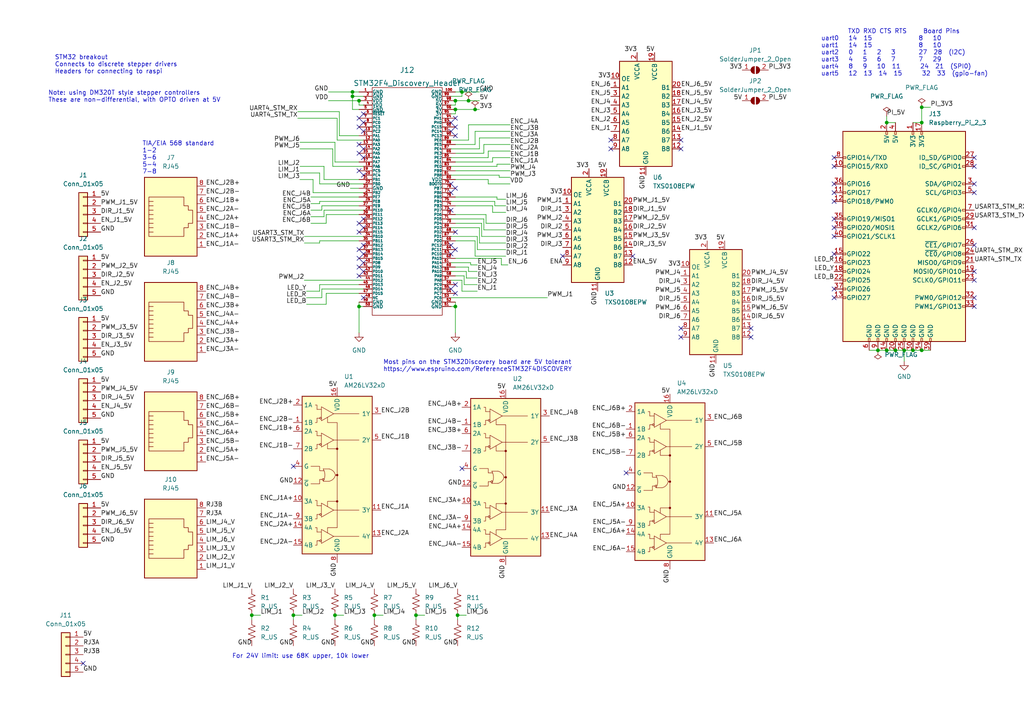
<source format=kicad_sch>
(kicad_sch (version 20211123) (generator eeschema)
  (paper "A4")
  (lib_symbols
    (symbol "Connector:RJ45" (pin_names (offset 1.016))
      (property "Reference" "J" (at -5.08 13.97 0))
      (property "Value" "RJ45" (at 2.54 13.97 0))
      (symbol "RJ45_1_1"
        (pin passive line (at 10.16 -7.62 180) (length 2.54) (name "~") (number "1"))
        (pin passive line (at 10.16 -5.08 180) (length 2.54) (name "~") (number "2"))
        (pin passive line (at 10.16 -2.54 180) (length 2.54) (name "~") (number "3"))
        (pin passive line (at 10.16 0 180) (length 2.54) (name "~") (number "4"))
        (pin passive line (at 10.16 2.54 180) (length 2.54) (name "~") (number "5"))
        (pin passive line (at 10.16 5.08 180) (length 2.54) (name "~") (number "6"))
        (pin passive line (at 10.16 7.62 180) (length 2.54) (name "~") (number "7"))
        (pin passive line (at 10.16 10.16 180) (length 2.54) (name "~") (number "8"))
      )
    )
    (symbol "Connector:Raspberry_Pi_2_3" (pin_names (offset 1.016))
      (property "Reference" "J" (at -17.78 31.75 0))
      (property "Value" "Raspberry_Pi_2_3" (at 10.16 -31.75 0))
      (symbol "Raspberry_Pi_2_3_1_1"
        (pin power_in line (at 2.54 33.02 270) (length 2.54) (name "3V3") (number "1"))
        (pin bidirectional line (at -20.32 20.32 0) (length 2.54) (name "GPIO15/RXD") (number "10"))
        (pin bidirectional line (at -20.32 12.7 0) (length 2.54) (name "GPIO17") (number "11"))
        (pin bidirectional line (at -20.32 10.16 0) (length 2.54) (name "GPIO18/PWM0") (number "12"))
        (pin bidirectional line (at -20.32 -17.78 0) (length 2.54) (name "GPIO27") (number "13"))
        (pin power_in line (at -5.08 -33.02 90) (length 2.54) (name "GND") (number "14"))
        (pin bidirectional line (at -20.32 -5.08 0) (length 2.54) (name "GPIO22") (number "15"))
        (pin bidirectional line (at -20.32 -7.62 0) (length 2.54) (name "GPIO23") (number "16"))
        (pin power_in line (at 5.08 33.02 270) (length 2.54) (name "3V3") (number "17"))
        (pin bidirectional line (at -20.32 -10.16 0) (length 2.54) (name "GPIO24") (number "18"))
        (pin bidirectional line (at 20.32 -10.16 180) (length 2.54) (name "MOSI0/GPIO10") (number "19"))
        (pin power_in line (at -5.08 33.02 270) (length 2.54) (name "5V") (number "2"))
        (pin power_in line (at -2.54 -33.02 90) (length 2.54) (name "GND") (number "20"))
        (pin bidirectional line (at 20.32 -7.62 180) (length 2.54) (name "MISO0/GPIO9") (number "21"))
        (pin bidirectional line (at -20.32 -12.7 0) (length 2.54) (name "GPIO25") (number "22"))
        (pin bidirectional line (at 20.32 -12.7 180) (length 2.54) (name "SCLK0/GPIO11") (number "23"))
        (pin bidirectional line (at 20.32 -5.08 180) (length 2.54) (name "~{CE0}/GPIO8") (number "24"))
        (pin power_in line (at 0 -33.02 90) (length 2.54) (name "GND") (number "25"))
        (pin bidirectional line (at 20.32 -2.54 180) (length 2.54) (name "~{CE1}/GPIO7") (number "26"))
        (pin bidirectional line (at 20.32 22.86 180) (length 2.54) (name "ID_SD/GPIO0") (number "27"))
        (pin bidirectional line (at 20.32 20.32 180) (length 2.54) (name "ID_SC/GPIO1") (number "28"))
        (pin bidirectional line (at 20.32 5.08 180) (length 2.54) (name "GCLK1/GPIO5") (number "29"))
        (pin bidirectional line (at 20.32 15.24 180) (length 2.54) (name "SDA/GPIO2") (number "3"))
        (pin power_in line (at 2.54 -33.02 90) (length 2.54) (name "GND") (number "30"))
        (pin bidirectional line (at 20.32 2.54 180) (length 2.54) (name "GCLK2/GPIO6") (number "31"))
        (pin bidirectional line (at 20.32 -17.78 180) (length 2.54) (name "PWM0/GPIO12") (number "32"))
        (pin bidirectional line (at 20.32 -20.32 180) (length 2.54) (name "PWM1/GPIO13") (number "33"))
        (pin power_in line (at 5.08 -33.02 90) (length 2.54) (name "GND") (number "34"))
        (pin bidirectional line (at -20.32 5.08 0) (length 2.54) (name "GPIO19/MISO1") (number "35"))
        (pin bidirectional line (at -20.32 15.24 0) (length 2.54) (name "GPIO16") (number "36"))
        (pin bidirectional line (at -20.32 -15.24 0) (length 2.54) (name "GPIO26") (number "37"))
        (pin bidirectional line (at -20.32 2.54 0) (length 2.54) (name "GPIO20/MOSI1") (number "38"))
        (pin power_in line (at 7.62 -33.02 90) (length 2.54) (name "GND") (number "39"))
        (pin power_in line (at -2.54 33.02 270) (length 2.54) (name "5V") (number "4"))
        (pin bidirectional line (at -20.32 0 0) (length 2.54) (name "GPIO21/SCLK1") (number "40"))
        (pin bidirectional line (at 20.32 12.7 180) (length 2.54) (name "SCL/GPIO3") (number "5"))
        (pin power_in line (at -10.16 -33.02 90) (length 2.54) (name "GND") (number "6"))
        (pin bidirectional line (at 20.32 7.62 180) (length 2.54) (name "GCLK0/GPIO4") (number "7"))
        (pin bidirectional line (at -20.32 22.86 0) (length 2.54) (name "GPIO14/TXD") (number "8"))
        (pin power_in line (at -7.62 -33.02 90) (length 2.54) (name "GND") (number "9"))
      )
    )
    (symbol "Connector_Generic:Conn_01x05" (pin_names (offset 1.016) hide)
      (property "Reference" "J" (at 0 7.62 0))
      (property "Value" "Conn_01x05" (at 0 -7.62 0))
      (symbol "Conn_01x05_1_1"
        (pin passive line (at -5.08 5.08 0) (length 3.81) (name "Pin_1") (number "1"))
        (pin passive line (at -5.08 2.54 0) (length 3.81) (name "Pin_2") (number "2"))
        (pin passive line (at -5.08 0 0) (length 3.81) (name "Pin_3") (number "3"))
        (pin passive line (at -5.08 -2.54 0) (length 3.81) (name "Pin_4") (number "4"))
        (pin passive line (at -5.08 -5.08 0) (length 3.81) (name "Pin_5") (number "5"))
      )
    )
    (symbol "Device:R_US" (pin_numbers hide) (pin_names (offset 0))
      (property "Reference" "R" (at 2.54 0 90))
      (property "Value" "R_US" (at -2.54 0 90))
      (symbol "R_US_1_1"
        (pin passive line (at 0 3.81 270) (length 1.27) (name "~") (number "1"))
        (pin passive line (at 0 -3.81 90) (length 1.27) (name "~") (number "2"))
      )
    )
    (symbol "Interface:AM26LV32xD"
      (property "Reference" "U" (at -8.89 24.13 0))
      (property "Value" "AM26LV32xD" (at 10.16 24.13 0))
      (symbol "AM26LV32xD_1_1"
        (pin input line (at -12.7 15.24 0) (length 2.54) (name "1B") (number "1"))
        (pin input line (at -12.7 -7.62 0) (length 2.54) (name "3A") (number "10"))
        (pin tri_state line (at 12.7 -10.16 180) (length 2.54) (name "3Y") (number "11"))
        (pin input line (at -12.7 -2.54 0) (length 2.54) (name "~{G}") (number "12"))
        (pin tri_state line (at 12.7 -17.78 180) (length 2.54) (name "4Y") (number "13"))
        (pin input line (at -12.7 -15.24 0) (length 2.54) (name "4A") (number "14"))
        (pin input line (at -12.7 -20.32 0) (length 2.54) (name "4B") (number "15"))
        (pin power_in line (at 0 25.4 270) (length 2.54) (name "VDD") (number "16"))
        (pin input line (at -12.7 20.32 0) (length 2.54) (name "1A") (number "2"))
        (pin tri_state line (at 12.7 17.78 180) (length 2.54) (name "1Y") (number "3"))
        (pin input line (at -12.7 2.54 0) (length 2.54) (name "G") (number "4"))
        (pin tri_state line (at 12.7 10.16 180) (length 2.54) (name "2Y") (number "5"))
        (pin input line (at -12.7 12.7 0) (length 2.54) (name "2A") (number "6"))
        (pin input line (at -12.7 7.62 0) (length 2.54) (name "2B") (number "7"))
        (pin power_in line (at 0 -25.4 90) (length 2.54) (name "GND") (number "8"))
        (pin input line (at -12.7 -12.7 0) (length 2.54) (name "3B") (number "9"))
      )
    )
    (symbol "Jumper:SolderJumper_2_Open" (pin_names (offset 0) hide)
      (property "Reference" "JP" (at 0 2.032 0))
      (property "Value" "SolderJumper_2_Open" (at 0 -2.54 0))
      (symbol "SolderJumper_2_Open_1_1"
        (pin passive line (at -3.81 0 0) (length 2.54) (name "A") (number "1"))
        (pin passive line (at 3.81 0 180) (length 2.54) (name "B") (number "2"))
      )
    )
    (symbol "Logic_LevelTranslator:TXS0108EPW"
      (property "Reference" "U" (at -6.35 16.51 0))
      (property "Value" "TXS0108EPW" (at 3.81 16.51 0))
      (symbol "TXS0108EPW_1_1"
        (pin bidirectional line (at -10.16 7.62 0) (length 2.54) (name "A1") (number "1"))
        (pin input line (at -10.16 10.16 0) (length 2.54) (name "OE") (number "10"))
        (pin power_in line (at 0 -17.78 90) (length 2.54) (name "GND") (number "11"))
        (pin bidirectional line (at 10.16 -10.16 180) (length 2.54) (name "B8") (number "12"))
        (pin bidirectional line (at 10.16 -7.62 180) (length 2.54) (name "B7") (number "13"))
        (pin bidirectional line (at 10.16 -5.08 180) (length 2.54) (name "B6") (number "14"))
        (pin bidirectional line (at 10.16 -2.54 180) (length 2.54) (name "B5") (number "15"))
        (pin bidirectional line (at 10.16 0 180) (length 2.54) (name "B4") (number "16"))
        (pin bidirectional line (at 10.16 2.54 180) (length 2.54) (name "B3") (number "17"))
        (pin bidirectional line (at 10.16 5.08 180) (length 2.54) (name "B2") (number "18"))
        (pin power_in line (at 2.54 17.78 270) (length 2.54) (name "VCCB") (number "19"))
        (pin power_in line (at -2.54 17.78 270) (length 2.54) (name "VCCA") (number "2"))
        (pin bidirectional line (at 10.16 7.62 180) (length 2.54) (name "B1") (number "20"))
        (pin bidirectional line (at -10.16 5.08 0) (length 2.54) (name "A2") (number "3"))
        (pin bidirectional line (at -10.16 2.54 0) (length 2.54) (name "A3") (number "4"))
        (pin bidirectional line (at -10.16 0 0) (length 2.54) (name "A4") (number "5"))
        (pin bidirectional line (at -10.16 -2.54 0) (length 2.54) (name "A5") (number "6"))
        (pin bidirectional line (at -10.16 -5.08 0) (length 2.54) (name "A6") (number "7"))
        (pin bidirectional line (at -10.16 -7.62 0) (length 2.54) (name "A7") (number "8"))
        (pin bidirectional line (at -10.16 -10.16 0) (length 2.54) (name "A8") (number "9"))
      )
    )
    (symbol "power:GND" (power) (pin_names (offset 0))
      (property "Value" "GND" (at 0 -3.81 0))
      (symbol "GND_1_1"
        (pin power_in line (at 0 0 270) (length 0) hide (name "GND") (number "1"))
      )
    )
    (symbol "power:PWR_FLAG" (power) (pin_numbers hide) (pin_names (offset 0) hide)
      (property "Value" "PWR_FLAG" (at 0 3.81 0))
      (symbol "PWR_FLAG_0_0"
        (pin power_out line (at 0 0 90) (length 0) (name "pwr") (number "1"))
      )
    )
    (symbol "w_connectors:STM32F4_Discovery_Header" (pin_names (offset 0.0254))
      (property "Reference" "J" (at 0 36.83 0))
      (property "Value" "STM32F4_Discovery_Header" (at 0 34.29 0))
      (symbol "STM32F4_Discovery_Header_1_1"
        (pin passive line (at -13.97 31.75 0) (length 3.81) (name "GND") (number "1"))
        (pin passive line (at -12.7 20.32 0) (length 2.54) (name "PC2") (number "10"))
        (pin passive line (at 13.97 31.75 180) (length 3.81) (name "GND") (number "100"))
        (pin passive line (at -13.97 19.05 0) (length 3.81) (name "PA1") (number "11"))
        (pin passive line (at -12.7 17.78 0) (length 2.54) (name "PA0") (number "12"))
        (pin passive line (at -13.97 16.51 0) (length 3.81) (name "PA3") (number "13"))
        (pin passive line (at -12.7 15.24 0) (length 2.54) (name "PA2") (number "14"))
        (pin passive line (at -13.97 13.97 0) (length 3.81) (name "PA5") (number "15"))
        (pin passive line (at -12.7 12.7 0) (length 2.54) (name "PA4") (number "16"))
        (pin passive line (at -13.97 11.43 0) (length 3.81) (name "PA7") (number "17"))
        (pin passive line (at -12.7 10.16 0) (length 2.54) (name "PA6") (number "18"))
        (pin passive line (at -13.97 8.89 0) (length 3.81) (name "PC5") (number "19"))
        (pin passive line (at -12.7 30.48 0) (length 2.54) (name "GND") (number "2"))
        (pin passive line (at -12.7 7.62 0) (length 2.54) (name "PC4") (number "20"))
        (pin passive line (at -13.97 6.35 0) (length 3.81) (name "PB1") (number "21"))
        (pin passive line (at -12.7 5.08 0) (length 2.54) (name "PB0") (number "22"))
        (pin passive line (at -13.97 3.81 0) (length 3.81) (name "GND") (number "23"))
        (pin passive line (at -12.7 2.54 0) (length 2.54) (name "PB2") (number "24"))
        (pin passive line (at -13.97 1.27 0) (length 3.81) (name "PE7") (number "25"))
        (pin passive line (at -12.7 0 0) (length 2.54) (name "PE8") (number "26"))
        (pin passive line (at -13.97 -1.27 0) (length 3.81) (name "PE9") (number "27"))
        (pin passive line (at -12.7 -2.54 0) (length 2.54) (name "PE10") (number "28"))
        (pin passive line (at -13.97 -3.81 0) (length 3.81) (name "PE11") (number "29"))
        (pin passive line (at -13.97 29.21 0) (length 3.81) (name "VDD") (number "3"))
        (pin passive line (at -12.7 -5.08 0) (length 2.54) (name "PE12") (number "30"))
        (pin passive line (at -13.97 -6.35 0) (length 3.81) (name "PE13") (number "31"))
        (pin passive line (at -12.7 -7.62 0) (length 2.54) (name "PE14") (number "32"))
        (pin passive line (at -13.97 -8.89 0) (length 3.81) (name "PE15") (number "33"))
        (pin passive line (at -12.7 -10.16 0) (length 2.54) (name "PB10") (number "34"))
        (pin passive line (at -13.97 -11.43 0) (length 3.81) (name "PB11") (number "35"))
        (pin passive line (at -12.7 -12.7 0) (length 2.54) (name "PB12") (number "36"))
        (pin passive line (at -13.97 -13.97 0) (length 3.81) (name "PB13") (number "37"))
        (pin passive line (at -12.7 -15.24 0) (length 2.54) (name "PB14") (number "38"))
        (pin passive line (at -13.97 -16.51 0) (length 3.81) (name "PB15") (number "39"))
        (pin passive line (at -12.7 27.94 0) (length 2.54) (name "VDD") (number "4"))
        (pin passive line (at -12.7 -17.78 0) (length 2.54) (name "PD8") (number "40"))
        (pin passive line (at -13.97 -19.05 0) (length 3.81) (name "PD9") (number "41"))
        (pin passive line (at -12.7 -20.32 0) (length 2.54) (name "PD10") (number "42"))
        (pin passive line (at -13.97 -21.59 0) (length 3.81) (name "PD11") (number "43"))
        (pin passive line (at -12.7 -22.86 0) (length 2.54) (name "PD12") (number "44"))
        (pin passive line (at -13.97 -24.13 0) (length 3.81) (name "PD13") (number "45"))
        (pin passive line (at -12.7 -25.4 0) (length 2.54) (name "PD14") (number "46"))
        (pin passive line (at -13.97 -26.67 0) (length 3.81) (name "PD15") (number "47"))
        (pin passive line (at -12.7 -27.94 0) (length 2.54) (name "NC") (number "48"))
        (pin passive line (at -13.97 -29.21 0) (length 3.81) (name "GND") (number "49"))
        (pin passive line (at -13.97 26.67 0) (length 3.81) (name "GND") (number "5"))
        (pin passive line (at -12.7 -30.48 0) (length 2.54) (name "GND") (number "50"))
        (pin passive line (at 12.7 -30.48 180) (length 2.54) (name "GND") (number "51"))
        (pin passive line (at 13.97 -29.21 180) (length 3.81) (name "GND") (number "52"))
        (pin passive line (at 12.7 -27.94 180) (length 2.54) (name "PC6") (number "53"))
        (pin passive line (at 13.97 -26.67 180) (length 3.81) (name "PC7") (number "54"))
        (pin passive line (at 12.7 -25.4 180) (length 2.54) (name "PC8") (number "55"))
        (pin passive line (at 13.97 -24.13 180) (length 3.81) (name "PC9") (number "56"))
        (pin passive line (at 12.7 -22.86 180) (length 2.54) (name "PA8") (number "57"))
        (pin passive line (at 13.97 -21.59 180) (length 3.81) (name "PA9") (number "58"))
        (pin passive line (at 12.7 -20.32 180) (length 2.54) (name "PA10") (number "59"))
        (pin passive line (at -12.7 25.4 0) (length 2.54) (name "~{RESET}") (number "6"))
        (pin passive line (at 13.97 -19.05 180) (length 3.81) (name "PA13") (number "60"))
        (pin passive line (at 12.7 -17.78 180) (length 2.54) (name "PA14") (number "61"))
        (pin passive line (at 13.97 -16.51 180) (length 3.81) (name "PA15") (number "62"))
        (pin passive line (at 12.7 -15.24 180) (length 2.54) (name "PC10") (number "63"))
        (pin passive line (at 13.97 -13.97 180) (length 3.81) (name "PC11") (number "64"))
        (pin passive line (at 12.7 -12.7 180) (length 2.54) (name "PC12") (number "65"))
        (pin passive line (at 13.97 -11.43 180) (length 3.81) (name "PD0") (number "66"))
        (pin passive line (at 12.7 -10.16 180) (length 2.54) (name "PD1") (number "67"))
        (pin passive line (at 13.97 -8.89 180) (length 3.81) (name "PD2") (number "68"))
        (pin passive line (at 12.7 -7.62 180) (length 2.54) (name "PD3") (number "69"))
        (pin passive line (at -13.97 24.13 0) (length 3.81) (name "PC1") (number "7"))
        (pin passive line (at 13.97 -6.35 180) (length 3.81) (name "PD4") (number "70"))
        (pin passive line (at 12.7 -5.08 180) (length 2.54) (name "PD5") (number "71"))
        (pin passive line (at 13.97 -3.81 180) (length 3.81) (name "PD6") (number "72"))
        (pin passive line (at 12.7 -2.54 180) (length 2.54) (name "PD7") (number "73"))
        (pin passive line (at 13.97 -1.27 180) (length 3.81) (name "PB3") (number "74"))
        (pin passive line (at 12.7 0 180) (length 2.54) (name "PB4") (number "75"))
        (pin passive line (at 13.97 1.27 180) (length 3.81) (name "PB5") (number "76"))
        (pin passive line (at 12.7 2.54 180) (length 2.54) (name "PB6") (number "77"))
        (pin passive line (at 13.97 3.81 180) (length 3.81) (name "PB7") (number "78"))
        (pin passive line (at 12.7 5.08 180) (length 2.54) (name "BOOT0") (number "79"))
        (pin passive line (at -12.7 22.86 0) (length 2.54) (name "PC0") (number "8"))
        (pin passive line (at 13.97 6.35 180) (length 3.81) (name "VDD") (number "80"))
        (pin passive line (at 12.7 7.62 180) (length 2.54) (name "PB8") (number "81"))
        (pin passive line (at 13.97 8.89 180) (length 3.81) (name "PB9") (number "82"))
        (pin passive line (at 12.7 10.16 180) (length 2.54) (name "PE0") (number "83"))
        (pin passive line (at 13.97 11.43 180) (length 3.81) (name "PE1") (number "84"))
        (pin passive line (at 12.7 12.7 180) (length 2.54) (name "PE2") (number "85"))
        (pin passive line (at 13.97 13.97 180) (length 3.81) (name "PE3") (number "86"))
        (pin passive line (at 12.7 15.24 180) (length 2.54) (name "PE4") (number "87"))
        (pin passive line (at 13.97 16.51 180) (length 3.81) (name "PE5") (number "88"))
        (pin passive line (at 12.7 17.78 180) (length 2.54) (name "PE6") (number "89"))
        (pin passive line (at -13.97 21.59 0) (length 3.81) (name "PC3") (number "9"))
        (pin passive line (at 13.97 19.05 180) (length 3.81) (name "PC13") (number "90"))
        (pin passive line (at 12.7 20.32 180) (length 2.54) (name "PC14") (number "91"))
        (pin passive line (at 13.97 21.59 180) (length 3.81) (name "PC15") (number "92"))
        (pin passive line (at 12.7 22.86 180) (length 2.54) (name "PH0") (number "93"))
        (pin passive line (at 13.97 24.13 180) (length 3.81) (name "PH1") (number "94"))
        (pin passive line (at 12.7 25.4 180) (length 2.54) (name "3V") (number "95"))
        (pin passive line (at 13.97 26.67 180) (length 3.81) (name "3V") (number "96"))
        (pin passive line (at 12.7 27.94 180) (length 2.54) (name "5V") (number "97"))
        (pin passive line (at 13.97 29.21 180) (length 3.81) (name "5V") (number "98"))
        (pin passive line (at 12.7 30.48 180) (length 2.54) (name "GND") (number "99"))
      )
    )
  )
  (junction (at 132.715 178.435))
  (junction (at 259.715 101.6))
  (junction (at 104.14 88.9))
  (junction (at 264.795 101.6))
  (junction (at 104.14 29.21))
  (junction (at 133.985 26.67))
  (junction (at 262.255 101.6))
  (junction (at 132.08 31.75))
  (junction (at 257.175 35.56))
  (junction (at 257.175 101.6))
  (junction (at 132.08 29.21))
  (junction (at 254.635 101.6))
  (junction (at 97.155 178.435))
  (junction (at 267.335 101.6))
  (junction (at 267.335 31.115))
  (junction (at 85.09 178.435))
  (junction (at 73.025 178.435))
  (junction (at 135.89 29.21))
  (junction (at 132.08 88.9))
  (junction (at 102.235 26.67))
  (junction (at 102.235 27.94))
  (junction (at 120.65 178.435))
  (junction (at 108.585 178.435))
  (junction (at 137.795 31.75))
  (junction (at 267.335 35.56))
  (no_connect (at 130.81 53.34))
  (no_connect (at 130.81 60.96))
  (no_connect (at 132.08 72.39))
  (no_connect (at 132.08 82.55))
  (no_connect (at 130.81 83.82))
  (no_connect (at 132.08 85.09))
  (no_connect (at 130.81 55.88))
  (no_connect (at 132.08 67.31))
  (no_connect (at 177.165 40.64))
  (no_connect (at 181.61 137.16))
  (no_connect (at 133.985 135.89))
  (no_connect (at 85.09 135.255))
  (no_connect (at 132.08 54.61))
  (no_connect (at 105.41 38.1))
  (no_connect (at 130.81 38.1))
  (no_connect (at 132.08 39.37))
  (no_connect (at 132.08 36.83))
  (no_connect (at 130.81 35.56))
  (no_connect (at 105.41 50.8))
  (no_connect (at 105.41 43.18))
  (no_connect (at 104.14 44.45))
  (no_connect (at 105.41 45.72))
  (no_connect (at 104.14 49.53))
  (no_connect (at 105.41 35.56))
  (no_connect (at 105.41 33.02))
  (no_connect (at 104.14 41.91))
  (no_connect (at 104.14 36.83))
  (no_connect (at 104.14 34.29))
  (no_connect (at 132.08 34.29))
  (no_connect (at 24.13 192.405))
  (no_connect (at 177.165 43.18))
  (no_connect (at 130.81 71.12))
  (no_connect (at 130.81 73.66))
  (no_connect (at 197.485 40.64))
  (no_connect (at 105.41 71.12))
  (no_connect (at 105.41 66.04))
  (no_connect (at 105.41 63.5))
  (no_connect (at 104.14 64.77))
  (no_connect (at 104.14 72.39))
  (no_connect (at 104.14 74.93))
  (no_connect (at 105.41 73.66))
  (no_connect (at 104.14 67.31))
  (no_connect (at 105.41 78.74))
  (no_connect (at 104.14 77.47))
  (no_connect (at 105.41 76.2))
  (no_connect (at 105.41 86.36))
  (no_connect (at 104.14 80.01))
  (no_connect (at 197.485 43.18))
  (no_connect (at 163.195 74.295))
  (no_connect (at 282.575 66.04))
  (no_connect (at 282.575 55.88))
  (no_connect (at 282.575 53.34))
  (no_connect (at 282.575 88.9))
  (no_connect (at 282.575 86.36))
  (no_connect (at 282.575 81.28))
  (no_connect (at 282.575 78.74))
  (no_connect (at 282.575 71.12))
  (no_connect (at 282.575 48.26))
  (no_connect (at 282.575 45.72))
  (no_connect (at 183.515 74.295))
  (no_connect (at 197.485 95.25))
  (no_connect (at 197.485 97.79))
  (no_connect (at 217.805 95.25))
  (no_connect (at 217.805 97.79))
  (no_connect (at 241.935 83.82))
  (no_connect (at 241.935 86.36))
  (no_connect (at 241.935 73.66))
  (no_connect (at 241.935 45.72))
  (no_connect (at 241.935 48.26))
  (no_connect (at 241.935 53.34))
  (no_connect (at 241.935 55.88))
  (no_connect (at 241.935 58.42))
  (no_connect (at 241.935 63.5))
  (no_connect (at 241.935 66.04))
  (no_connect (at 241.935 68.58))
  (wire (pts (xy 139.065 43.18) (xy 139.065 40.005)))
  (wire (pts (xy 93.98 52.07) (xy 93.98 48.26)))
  (wire (pts (xy 136.525 76.2) (xy 136.525 76.835)))
  (wire (pts (xy 135.255 78.74) (xy 135.255 80.645)))
  (wire (pts (xy 135.89 78.74) (xy 138.43 78.74)))
  (wire (pts (xy 104.14 59.69) (xy 93.345 59.69)))
  (wire (pts (xy 133.985 26.67) (xy 139.065 26.67)))
  (wire (pts (xy 139.065 70.485) (xy 146.685 70.485)))
  (wire (pts (xy 141.605 45.72) (xy 141.605 43.815)))
  (wire (pts (xy 144.78 51.435) (xy 147.955 51.435)))
  (wire (pts (xy 132.08 57.15) (xy 144.145 57.15)))
  (wire (pts (xy 130.81 88.9) (xy 132.08 88.9)))
  (wire (pts (xy 139.065 66.04) (xy 139.065 70.485)))
  (wire (pts (xy 85.09 178.435) (xy 87.63 178.435)))
  (wire (pts (xy 132.08 33.02) (xy 132.08 31.75)))
  (wire (pts (xy 137.795 38.1) (xy 147.955 38.1)))
  (wire (pts (xy 86.995 43.18) (xy 96.52 43.18)))
  (wire (pts (xy 135.89 29.21) (xy 139.065 29.21)))
  (wire (pts (xy 252.095 101.6) (xy 254.635 101.6)))
  (wire (pts (xy 90.17 59.055) (xy 92.71 59.055)))
  (wire (pts (xy 267.335 101.6) (xy 269.875 101.6)))
  (wire (pts (xy 132.08 30.48) (xy 132.08 29.21)))
  (wire (pts (xy 144.145 57.785) (xy 146.685 57.785)))
  (wire (pts (xy 132.08 88.9) (xy 132.08 96.52)))
  (wire (pts (xy 130.81 50.8) (xy 144.78 50.8)))
  (wire (pts (xy 92.71 82.55) (xy 92.71 84.455)))
  (wire (pts (xy 144.145 57.15) (xy 144.145 57.785)))
  (wire (pts (xy 88.9 84.455) (xy 92.71 84.455)))
  (wire (pts (xy 135.255 80.645) (xy 138.43 80.645)))
  (wire (pts (xy 132.08 59.69) (xy 142.875 59.69)))
  (wire (pts (xy 142.875 45.72) (xy 147.955 45.72)))
  (wire (pts (xy 137.795 31.75) (xy 139.065 31.75)))
  (wire (pts (xy 143.51 59.69) (xy 146.685 59.69)))
  (wire (pts (xy 142.875 46.99) (xy 142.875 45.72)))
  (wire (pts (xy 102.235 26.67) (xy 104.14 26.67)))
  (wire (pts (xy 141.605 52.07) (xy 141.605 53.34)))
  (wire (pts (xy 73.025 178.435) (xy 75.565 178.435)))
  (wire (pts (xy 104.14 88.9) (xy 104.14 96.52)))
  (wire (pts (xy 98.425 39.37) (xy 98.425 32.385)))
  (wire (pts (xy 140.97 64.77) (xy 146.685 64.77)))
  (wire (pts (xy 105.41 30.48) (xy 104.14 30.48)))
  (wire (pts (xy 132.08 64.77) (xy 139.7 64.77)))
  (wire (pts (xy 120.65 178.435) (xy 120.65 179.705)))
  (wire (pts (xy 90.17 57.15) (xy 104.14 57.15)))
  (wire (pts (xy 257.175 35.56) (xy 259.715 35.56)))
  (wire (pts (xy 132.08 77.47) (xy 135.89 77.47)))
  (wire (pts (xy 92.71 69.85) (xy 104.14 69.85)))
  (wire (pts (xy 102.235 27.94) (xy 102.235 26.67)))
  (wire (pts (xy 130.81 45.72) (xy 141.605 45.72)))
  (wire (pts (xy 120.65 178.435) (xy 123.19 178.435)))
  (wire (pts (xy 86.36 32.385) (xy 98.425 32.385)))
  (wire (pts (xy 145.415 74.93) (xy 145.415 76.835)))
  (wire (pts (xy 135.89 40.64) (xy 135.89 36.195)))
  (wire (pts (xy 135.89 77.47) (xy 135.89 78.74)))
  (wire (pts (xy 142.875 59.69) (xy 142.875 61.595)))
  (wire (pts (xy 137.795 74.295) (xy 146.685 74.295)))
  (wire (pts (xy 132.08 46.99) (xy 142.875 46.99)))
  (wire (pts (xy 262.255 101.6) (xy 264.795 101.6)))
  (wire (pts (xy 97.155 46.99) (xy 97.155 41.275)))
  (wire (pts (xy 108.585 178.435) (xy 111.125 178.435)))
  (wire (pts (xy 97.79 40.64) (xy 97.79 34.29)))
  (wire (pts (xy 88.9 86.36) (xy 93.345 86.36)))
  (wire (pts (xy 105.41 88.9) (xy 104.14 88.9)))
  (wire (pts (xy 139.065 40.005) (xy 147.955 40.005)))
  (wire (pts (xy 130.81 30.48) (xy 132.08 30.48)))
  (wire (pts (xy 86.995 41.275) (xy 97.155 41.275)))
  (wire (pts (xy 133.985 27.94) (xy 133.985 26.67)))
  (wire (pts (xy 140.335 44.45) (xy 140.335 41.91)))
  (wire (pts (xy 130.81 78.74) (xy 135.255 78.74)))
  (wire (pts (xy 132.08 88.9) (xy 132.08 87.63)))
  (wire (pts (xy 134.62 80.01) (xy 134.62 82.55)))
  (wire (pts (xy 143.51 58.42) (xy 143.51 59.69)))
  (wire (pts (xy 92.71 53.34) (xy 92.71 50.165)))
  (wire (pts (xy 132.08 80.01) (xy 134.62 80.01)))
  (wire (pts (xy 102.235 27.94) (xy 105.41 27.94)))
  (wire (pts (xy 141.605 53.34) (xy 147.955 53.34)))
  (wire (pts (xy 257.175 33.655) (xy 257.175 35.56)))
  (wire (pts (xy 130.81 81.28) (xy 133.985 81.28)))
  (wire (pts (xy 130.81 33.02) (xy 132.08 33.02)))
  (wire (pts (xy 130.81 63.5) (xy 140.335 63.5)))
  (wire (pts (xy 144.78 50.8) (xy 144.78 51.435)))
  (wire (pts (xy 144.145 47.625) (xy 147.955 47.625)))
  (wire (pts (xy 105.41 40.64) (xy 97.79 40.64)))
  (wire (pts (xy 130.81 43.18) (xy 139.065 43.18)))
  (wire (pts (xy 105.41 58.42) (xy 92.71 58.42)))
  (wire (pts (xy 88.9 88.265) (xy 94.615 88.265)))
  (wire (pts (xy 105.41 83.82) (xy 93.345 83.82)))
  (wire (pts (xy 92.71 58.42) (xy 92.71 59.055)))
  (wire (pts (xy 134.62 82.55) (xy 138.43 82.55)))
  (wire (pts (xy 132.715 178.435) (xy 135.255 178.435)))
  (wire (pts (xy 133.985 84.455) (xy 138.43 84.455)))
  (wire (pts (xy 254.635 101.6) (xy 257.175 101.6)))
  (wire (pts (xy 130.81 58.42) (xy 143.51 58.42)))
  (wire (pts (xy 104.14 46.99) (xy 97.155 46.99)))
  (wire (pts (xy 138.43 68.58) (xy 138.43 72.39)))
  (wire (pts (xy 101.6 54.61) (xy 104.14 54.61)))
  (wire (pts (xy 92.71 69.85) (xy 92.71 70.485)))
  (wire (pts (xy 130.81 27.94) (xy 133.985 27.94)))
  (wire (pts (xy 138.43 72.39) (xy 146.685 72.39)))
  (wire (pts (xy 88.265 70.485) (xy 92.71 70.485)))
  (wire (pts (xy 257.175 101.6) (xy 259.715 101.6)))
  (wire (pts (xy 95.25 29.21) (xy 104.14 29.21)))
  (wire (pts (xy 104.14 30.48) (xy 104.14 29.21)))
  (wire (pts (xy 94.615 62.23) (xy 94.615 64.77)))
  (wire (pts (xy 130.81 66.04) (xy 139.065 66.04)))
  (wire (pts (xy 86.36 34.29) (xy 97.79 34.29)))
  (wire (pts (xy 86.995 48.26) (xy 93.98 48.26)))
  (wire (pts (xy 267.335 35.56) (xy 267.335 31.115)))
  (wire (pts (xy 130.81 40.64) (xy 135.89 40.64)))
  (wire (pts (xy 140.335 41.91) (xy 147.955 41.91)))
  (wire (pts (xy 132.08 44.45) (xy 140.335 44.45)))
  (wire (pts (xy 130.81 68.58) (xy 138.43 68.58)))
  (wire (pts (xy 140.97 62.23) (xy 140.97 64.77)))
  (wire (pts (xy 86.995 50.165) (xy 92.71 50.165)))
  (wire (pts (xy 136.525 76.835) (xy 138.43 76.835)))
  (wire (pts (xy 133.985 81.28) (xy 133.985 84.455)))
  (wire (pts (xy 104.14 31.75) (xy 102.235 31.75)))
  (wire (pts (xy 93.345 83.82) (xy 93.345 86.36)))
  (wire (pts (xy 104.14 52.07) (xy 93.98 52.07)))
  (wire (pts (xy 132.715 178.435) (xy 132.715 179.705)))
  (wire (pts (xy 93.345 59.69) (xy 93.345 60.96)))
  (wire (pts (xy 132.08 41.91) (xy 137.795 41.91)))
  (wire (pts (xy 137.795 41.91) (xy 137.795 38.1)))
  (wire (pts (xy 140.335 66.675) (xy 146.685 66.675)))
  (wire (pts (xy 132.08 69.85) (xy 137.795 69.85)))
  (wire (pts (xy 86.995 52.07) (xy 90.805 52.07)))
  (wire (pts (xy 259.715 101.6) (xy 262.255 101.6)))
  (wire (pts (xy 88.265 68.58) (xy 105.41 68.58)))
  (wire (pts (xy 90.805 55.88) (xy 90.805 52.07)))
  (wire (pts (xy 132.08 62.23) (xy 140.97 62.23)))
  (wire (pts (xy 95.25 26.67) (xy 102.235 26.67)))
  (wire (pts (xy 137.795 69.85) (xy 137.795 74.295)))
  (wire (pts (xy 94.615 85.09) (xy 94.615 88.265)))
  (wire (pts (xy 97.155 178.435) (xy 97.155 179.705)))
  (wire (pts (xy 104.14 88.9) (xy 104.14 87.63)))
  (wire (pts (xy 105.41 60.96) (xy 93.98 60.96)))
  (wire (pts (xy 90.17 60.96) (xy 93.345 60.96)))
  (wire (pts (xy 104.14 85.09) (xy 94.615 85.09)))
  (wire (pts (xy 140.335 63.5) (xy 140.335 66.675)))
  (wire (pts (xy 93.98 60.96) (xy 93.98 62.865)))
  (wire (pts (xy 96.52 48.26) (xy 96.52 43.18)))
  (wire (pts (xy 139.7 68.58) (xy 146.685 68.58)))
  (wire (pts (xy 142.875 61.595) (xy 146.685 61.595)))
  (wire (pts (xy 104.14 39.37) (xy 98.425 39.37)))
  (wire (pts (xy 130.81 86.36) (xy 158.75 86.36)))
  (wire (pts (xy 139.7 64.77) (xy 139.7 68.58)))
  (wire (pts (xy 130.81 76.2) (xy 136.525 76.2)))
  (wire (pts (xy 105.41 48.26) (xy 96.52 48.26)))
  (wire (pts (xy 141.605 43.815) (xy 147.955 43.815)))
  (wire (pts (xy 105.41 55.88) (xy 90.805 55.88)))
  (wire (pts (xy 264.795 35.56) (xy 267.335 35.56)))
  (wire (pts (xy 145.415 76.835) (xy 147.32 76.835)))
  (wire (pts (xy 108.585 178.435) (xy 108.585 179.705)))
  (wire (pts (xy 73.025 178.435) (xy 73.025 179.705)))
  (wire (pts (xy 90.17 62.865) (xy 93.98 62.865)))
  (wire (pts (xy 267.335 31.115) (xy 269.875 31.115)))
  (wire (pts (xy 135.89 36.195) (xy 147.955 36.195)))
  (wire (pts (xy 132.08 74.93) (xy 145.415 74.93)))
  (wire (pts (xy 132.08 31.75) (xy 137.795 31.75)))
  (wire (pts (xy 130.81 48.26) (xy 144.145 48.26)))
  (wire (pts (xy 144.145 48.26) (xy 144.145 47.625)))
  (wire (pts (xy 132.08 29.21) (xy 135.89 29.21)))
  (wire (pts (xy 85.09 178.435) (xy 85.09 179.705)))
  (wire (pts (xy 102.235 31.75) (xy 102.235 27.94)))
  (wire (pts (xy 132.08 49.53) (xy 147.955 49.53)))
  (wire (pts (xy 88.265 81.28) (xy 105.41 81.28)))
  (wire (pts (xy 133.985 26.67) (xy 132.08 26.67)))
  (wire (pts (xy 90.17 64.77) (xy 94.615 64.77)))
  (wire (pts (xy 262.255 101.6) (xy 262.255 104.775)))
  (wire (pts (xy 264.795 101.6) (xy 267.335 101.6)))
  (wire (pts (xy 132.08 52.07) (xy 141.605 52.07)))
  (wire (pts (xy 104.14 82.55) (xy 92.71 82.55)))
  (wire (pts (xy 104.14 62.23) (xy 94.615 62.23)))
  (wire (pts (xy 105.41 53.34) (xy 92.71 53.34)))
  (wire (pts (xy 97.155 178.435) (xy 99.695 178.435)))
  (text "Most pins on the STM32Discovery board are 5V tolerant\nhttps://www.espruino.com/ReferenceSTM32F4DISCOVERY" (at 111.125 107.95 0) (effects (font (size 1.27 1.27)) (justify left bottom)))
  (text "STM32 breakout\nConnects to discrete stepper drivers\nHeaders for connecting to raspi\n" (at 15.875 21.59 0) (effects (font (size 1.27 1.27)) (justify left bottom)))
  (text "Note: using DM320T style stepper controllers\nThese are non-differential, with OPTO driven at 5V" (at 13.97 29.845 0) (effects (font (size 1.27 1.27)) (justify left bottom)))
  (text "For 24V limit: use 68K upper, 10k lower" (at 67.31 191.135 0) (effects (font (size 1.27 1.27)) (justify left bottom)))
  (text "        TXD RXD CTS RTS     Board Pins\nuart0   14  15              8   10\nuart1   14  15              8   10\nuart2   0   1   2   3       27  28  (I2C)\nuart3   4   5   6   7       7   29\nuart4   8   9   10  11      24  21  (SPI0)\nuart5   12  13  14  15      32  33  (gpio-fan)" (at 238.125 22.225 0) (effects (font (size 1.27 1.27)) (justify left bottom)))
  (text "TIA/EIA 568 standard\n1-2\n3-6\n5-4\n7-8\n\n" (at 41.275 52.705 0) (effects (font (size 1.27 1.27)) (justify left bottom)))
  (label "LED_Y" (at 241.935 78.74 180))
  (label "ENC_J5A" (at 207.01 149.86 0))
  (label "ENC_J2B" (at 147.955 41.91 0))
  (label "PWM_J4" (at 147.955 49.53 0))
  (label "DIR_J3" (at 163.195 71.755 180))
  (label "GND" (at 173.355 84.455 270))
  (label "ENC_J3B-" (at 59.69 97.155 0))
  (label "DIR_J1_5V" (at 183.515 61.595 0))
  (label "PWM_J2" (at 88.265 81.28 180))
  (label "DIR_J4" (at 146.685 68.58 0))
  (label "ENC_J6B" (at 207.01 121.92 0))
  (label "RJ3B" (at 59.69 147.32 0))
  (label "ENC_J4B-" (at 59.69 86.995 0))
  (label "EN_J3" (at 138.43 80.645 0))
  (label "GND" (at 194.31 165.1 270))
  (label "LIM_J3_V" (at 59.69 160.02 0))
  (label "UART4_STM_TX" (at 86.36 34.29 180))
  (label "GND" (at 133.985 140.97 180))
  (label "ENC_J1B+" (at 85.09 125.095 180))
  (label "ENC_J6B" (at 90.17 64.77 180))
  (label "PWM_J4_5V" (at 29.21 113.665 0))
  (label "VDD" (at 95.25 29.21 180))
  (label "5V" (at 29.21 147.32 0))
  (label "LIM_J4" (at 146.685 61.595 0))
  (label "EN_J1_5V" (at 197.485 38.1 0))
  (label "EN_J3_5V" (at 29.21 100.965 0))
  (label "PWM_J3_5V" (at 29.21 95.885 0))
  (label "LIM_J4_V" (at 59.69 152.4 0))
  (label "GND" (at 29.21 67.31 0))
  (label "PWM_J1_5V" (at 183.515 59.055 0))
  (label "PI_3V3" (at 269.875 31.115 0))
  (label "ENC_J2B+" (at 59.69 53.975 0))
  (label "LIM_J2_V" (at 59.69 162.56 0))
  (label "LED_Y" (at 88.9 84.455 180))
  (label "PWM_J5_5V" (at 29.21 131.445 0))
  (label "LIM_J6" (at 135.255 178.435 0))
  (label "PI_5V" (at 222.885 29.21 0))
  (label "5V" (at 29.21 128.905 0))
  (label "GND" (at 29.21 157.48 0))
  (label "USART3_STM_RX" (at 88.265 70.485 180))
  (label "LIM_J5_V" (at 120.65 170.815 180))
  (label "ENC_J5B" (at 207.01 129.54 0))
  (label "DIR_J2" (at 163.195 66.675 180))
  (label "ENC_J6A-" (at 59.69 123.825 0))
  (label "EN_J6" (at 147.32 76.835 0))
  (label "PWM_J1_5V" (at 29.21 59.69 0))
  (label "LED_B" (at 241.935 81.28 180))
  (label "DIR_J1" (at 163.195 61.595 180))
  (label "ENC_J6B+" (at 59.69 116.205 0))
  (label "PWM_J1" (at 158.75 86.36 0))
  (label "ENC_J3B" (at 159.385 128.27 0))
  (label "DIR_J6_5V" (at 217.805 92.71 0))
  (label "PWM_J6" (at 86.995 41.275 180))
  (label "ENC_J1B" (at 147.955 45.72 0))
  (label "LED_B" (at 88.9 88.265 180))
  (label "ENC_J6B+" (at 181.61 119.38 180))
  (label "ENC_J4B" (at 159.385 120.65 0))
  (label "GND" (at 24.13 194.945 0))
  (label "ENC_J2B-" (at 59.69 56.515 0))
  (label "USART3_STM_TX" (at 88.265 68.58 180))
  (label "ENA_5V" (at 183.515 76.835 0))
  (label "VDD" (at 147.955 53.34 0))
  (label "5V" (at 175.895 48.895 180))
  (label "LED_R" (at 241.935 76.2 180))
  (label "PI_5V" (at 257.175 33.655 0))
  (label "PWM_J3" (at 163.195 69.215 180))
  (label "5V" (at 189.865 15.24 180))
  (label "LIM_J2" (at 86.995 48.26 180))
  (label "LIM_J4" (at 111.125 178.435 0))
  (label "3V3" (at 163.195 56.515 180))
  (label "ENC_J3A-" (at 133.985 151.13 180))
  (label "PWM_J2" (at 163.195 64.135 180))
  (label "DIR_J4_5V" (at 217.805 82.55 0))
  (label "EN_J5" (at 177.165 27.94 180))
  (label "GND" (at 146.685 163.83 270))
  (label "5V" (at 210.185 69.85 180))
  (label "EN_J6" (at 177.165 25.4 180))
  (label "LIM_J3_V" (at 97.155 170.815 180))
  (label "ENC_J5A+" (at 59.69 131.445 0))
  (label "ENC_J5A-" (at 59.69 133.985 0))
  (label "ENC_J3A+" (at 133.985 146.05 180))
  (label "3V3" (at 184.785 15.24 180))
  (label "ENC_J6B-" (at 181.61 124.46 180))
  (label "5V" (at 97.79 112.395 180))
  (label "ENC_J4A+" (at 59.69 94.615 0))
  (label "ENC_J4A-" (at 133.985 158.75 180))
  (label "ENC_J3A" (at 147.955 40.005 0))
  (label "ENC_J1A+" (at 59.69 69.215 0))
  (label "ENC_J1B" (at 110.49 127.635 0))
  (label "3V3" (at 139.065 31.75 0))
  (label "RJ3A" (at 59.69 149.86 0))
  (label "GND" (at 108.585 187.325 180))
  (label "GND" (at 73.025 187.325 180))
  (label "LIM_J3" (at 86.995 52.07 180))
  (label "PWM_J6_5V" (at 217.805 90.17 0))
  (label "ENC_J2A" (at 110.49 155.575 0))
  (label "ENC_J1A-" (at 85.09 150.495 180))
  (label "LIM_J2_V" (at 85.09 170.815 180))
  (label "5V" (at 194.31 114.3 180))
  (label "DIR_J1" (at 146.685 74.295 0))
  (label "ENC_J3A+" (at 59.69 99.695 0))
  (label "EN_J4_5V" (at 197.485 30.48 0))
  (label "GND" (at 29.21 85.725 0))
  (label "DIR_J5" (at 146.685 66.675 0))
  (label "PWM_J4_5V" (at 217.805 80.01 0))
  (label "ENA" (at 163.195 76.835 180))
  (label "GND" (at 187.325 50.8 270))
  (label "PWM_J6_5V" (at 29.21 149.86 0))
  (label "DIR_J3_5V" (at 183.515 71.755 0))
  (label "ENC_J4B+" (at 133.985 118.11 180))
  (label "PWM_J3" (at 147.955 51.435 0))
  (label "ENC_J3B+" (at 133.985 125.73 180))
  (label "DIR_J5_5V" (at 29.21 133.985 0))
  (label "5V" (at 29.21 111.125 0))
  (label "GND" (at 181.61 142.24 180))
  (label "ENC_J2B+" (at 85.09 117.475 180))
  (label "ENC_J5A-" (at 181.61 152.4 180))
  (label "LIM_J4_V" (at 108.585 170.815 180))
  (label "RJ3A" (at 24.13 187.325 0))
  (label "LIM_J2" (at 87.63 178.435 0))
  (label "GND" (at 101.6 54.61 180))
  (label "GND" (at 207.645 105.41 270))
  (label "ENC_J1B-" (at 59.69 66.675 0))
  (label "PWM_J1" (at 163.195 59.055 180))
  (label "ENC_J5B-" (at 59.69 128.905 0))
  (label "PI_3V3" (at 222.885 20.32 0))
  (label "3V3" (at 170.815 48.895 180))
  (label "LIM_J6_V" (at 132.715 170.815 180))
  (label "DIR_J3_5V" (at 29.21 98.425 0))
  (label "ENC_J6A+" (at 181.61 154.94 180))
  (label "LIM_J5_V" (at 59.69 154.94 0))
  (label "PWM_J2_5V" (at 183.515 64.135 0))
  (label "EN_J3_5V" (at 197.485 33.02 0))
  (label "3V3" (at 197.485 77.47 180))
  (label "5V" (at 29.21 57.15 0))
  (label "DIR_J5" (at 197.485 87.63 180))
  (label "ENC_J1A" (at 147.955 47.625 0))
  (label "DIR_J4_5V" (at 29.21 116.205 0))
  (label "3V3" (at 205.105 69.85 180))
  (label "ENC_J4A+" (at 133.985 153.67 180))
  (label "DIR_J6" (at 197.485 92.71 180))
  (label "5V" (at 215.265 29.21 180))
  (label "LIM_J3" (at 99.695 178.435 0))
  (label "LIM_J1" (at 75.565 178.435 0))
  (label "RJ3B" (at 24.13 189.865 0))
  (label "UART4_STM_TX" (at 282.575 76.2 0))
  (label "ENC_J1A+" (at 85.09 145.415 180))
  (label "ENC_J3B+" (at 59.69 89.535 0))
  (label "EN_J2_5V" (at 29.21 83.185 0))
  (label "ENC_J2A+" (at 59.69 64.135 0))
  (label "EN_J2" (at 138.43 82.55 0))
  (label "EN_J2_5V" (at 197.485 35.56 0))
  (label "ENC_J1A" (at 110.49 147.955 0))
  (label "PWM_J5_5V" (at 217.805 85.09 0))
  (label "5V" (at 146.685 113.03 180))
  (label "ENC_J6B-" (at 59.69 118.745 0))
  (label "PWM_J3_5V" (at 183.515 69.215 0))
  (label "DIR_J1_5V" (at 29.21 62.23 0))
  (label "LIM_J5" (at 146.685 59.69 0))
  (label "GND" (at 85.09 140.335 180))
  (label "ENC_J1A-" (at 59.69 71.755 0))
  (label "ENC_J5B+" (at 181.61 127 180))
  (label "GND" (at 85.09 187.325 180))
  (label "DIR_J3" (at 146.685 70.485 0))
  (label "ENC_J5B+" (at 59.69 121.285 0))
  (label "EN_J6_5V" (at 197.485 25.4 0))
  (label "DIR_J2_5V" (at 183.515 66.675 0))
  (label "EN_J1_5V" (at 29.21 64.77 0))
  (label "ENC_J4B+" (at 59.69 84.455 0))
  (label "ENC_J5A" (at 90.17 59.055 180))
  (label "ENC_J6A" (at 207.01 157.48 0))
  (label "3V3" (at 177.165 22.86 180))
  (label "ENC_J4A" (at 159.385 156.21 0))
  (label "LED_R" (at 88.9 86.36 180))
  (label "EN_J4" (at 138.43 78.74 0))
  (label "EN_J5_5V" (at 29.21 136.525 0))
  (label "ENC_J3A-" (at 59.69 102.235 0))
  (label "PWM_J5" (at 197.485 85.09 180))
  (label "ENC_J6A" (at 90.17 62.865 180))
  (label "ENC_J1B+" (at 59.69 59.055 0))
  (label "LIM_J6" (at 146.685 57.785 0))
  (label "USART3_STM_TX" (at 282.575 63.5 0))
  (label "DIR_J2_5V" (at 29.21 80.645 0))
  (label "GND" (at 139.065 26.67 0))
  (label "ENC_J4B-" (at 133.985 123.19 180))
  (label "ENC_J5A+" (at 181.61 147.32 180))
  (label "GND" (at 132.715 187.325 180))
  (label "5V" (at 29.21 75.565 0))
  (label "ENC_J6A+" (at 59.69 126.365 0))
  (label "ENC_J1B-" (at 85.09 130.175 180))
  (label "DIR_J5_5V" (at 217.805 87.63 0))
  (label "5V" (at 24.13 184.785 0))
  (label "ENC_J3A" (at 159.385 148.59 0))
  (label "3V3" (at 215.265 20.32 180))
  (label "UART4_STM_RX" (at 86.36 32.385 180))
  (label "GND" (at 29.21 103.505 0))
  (label "GND" (at 120.65 187.325 180))
  (label "EN_J5" (at 138.43 76.835 0))
  (label "ENC_J5B-" (at 181.61 132.08 180))
  (label "DIR_J4" (at 197.485 82.55 180))
  (label "ENC_J3B-" (at 133.985 130.81 180))
  (label "EN_J6_5V" (at 29.21 154.94 0))
  (label "GND" (at 97.155 187.325 180))
  (label "PWM_J2_5V" (at 29.21 78.105 0))
  (label "PWM_J6" (at 197.485 90.17 180))
  (label "PWM_J5" (at 86.995 43.18 180))
  (label "EN_J4" (at 177.165 30.48 180))
  (label "PWM_J4" (at 197.485 80.01 180))
  (label "ENC_J4B" (at 90.17 57.15 180))
  (label "USART3_STM_RX" (at 282.575 60.96 0))
  (label "ENC_J3B" (at 147.955 38.1 0))
  (label "DIR_J6" (at 146.685 64.77 0))
  (label "ENC_J6A-" (at 181.61 160.02 180))
  (label "UART4_STM_RX" (at 282.575 73.66 0))
  (label "LIM_J5" (at 123.19 178.435 0))
  (label "ENC_J5B" (at 90.17 60.96 180))
  (label "DIR_J2" (at 146.685 72.39 0))
  (label "DIR_J6_5V" (at 29.21 152.4 0))
  (label "5V" (at 139.065 29.21 0))
  (label "LIM_J1" (at 86.995 50.165 180))
  (label "EN_J2" (at 177.165 35.56 180))
  (label "GND" (at 97.79 163.195 270))
  (label "ENC_J2A" (at 147.955 43.815 0))
  (label "GND" (at 29.21 121.285 0))
  (label "ENC_J4A-" (at 59.69 92.075 0))
  (label "EN_J4_5V" (at 29.21 118.745 0))
  (label "EN_J1" (at 177.165 38.1 180))
  (label "ENC_J2A-" (at 85.09 158.115 180))
  (label "ENC_J2B-" (at 85.09 122.555 180))
  (label "GND" (at 29.21 139.065 0))
  (label "ENC_J2A+" (at 85.09 153.035 180))
  (label "GND" (at 95.25 26.67 180))
  (label "ENC_J2B" (at 110.49 120.015 0))
  (label "LIM_J6_V" (at 59.69 157.48 0))
  (label "EN_J1" (at 138.43 84.455 0))
  (label "LIM_J1_V" (at 73.025 170.815 180))
  (label "ENC_J4A" (at 147.955 36.195 0))
  (label "5V" (at 29.21 93.345 0))
  (label "ENC_J2A-" (at 59.69 61.595 0))
  (label "LIM_J1_V" (at 59.69 165.1 0))
  (label "EN_J5_5V" (at 197.485 27.94 0))
  (label "EN_J3" (at 177.165 33.02 180))
  (symbol (lib_id "Connector:RJ45") (at 49.53 94.615 0) (unit 1)
    (property "Reference" "J8" (at 49.53 76.2 0))
    (property "Value" "RJ45" (at 49.53 78.74 0))
    (property "Footprint" "Connector_RJ:RJ45_Amphenol_54602-x08_Horizontal" (effects hide))
  )
  (symbol (lib_id "Device:R_US") (at 97.155 174.625 0) (unit 1)
    (property "Reference" "R5" (at 99.695 173.3549 0) (effects (justify left)))
    (property "Value" "R_US" (at 99.695 175.8949 0) (effects (justify left)))
    (property "Footprint" "Resistor_SMD:R_0603_1608Metric_Pad0.98x0.95mm_HandSolder" (effects hide))
  )
  (symbol (lib_id "Connector_Generic:Conn_01x05") (at 24.13 152.4 0) (mirror y) (unit 1)
    (property "Reference" "J6" (at 24.13 140.97 0))
    (property "Value" "Conn_01x05" (at 24.13 143.51 0))
    (property "Footprint" "Connector_JST:JST_PH_B5B-PH-K_1x05_P2.00mm_Vertical" (effects hide))
  )
  (symbol (lib_id "Connector_Generic:Conn_01x05") (at 24.13 133.985 0) (mirror y) (unit 1)
    (property "Reference" "J5" (at 24.13 122.555 0))
    (property "Value" "Conn_01x05" (at 24.13 125.095 0))
    (property "Footprint" "Connector_JST:JST_PH_B5B-PH-K_1x05_P2.00mm_Vertical" (effects hide))
  )
  (symbol (lib_id "Device:R_US") (at 120.65 174.625 0) (unit 1)
    (property "Reference" "R9" (at 123.19 173.3549 0) (effects (justify left)))
    (property "Value" "R_US" (at 123.19 175.8949 0) (effects (justify left)))
    (property "Footprint" "Resistor_SMD:R_0603_1608Metric_Pad0.98x0.95mm_HandSolder" (effects hide))
  )
  (symbol (lib_id "Interface:AM26LV32xD") (at 194.31 139.7 0) (unit 1)
    (property "Reference" "U4" (at 196.3294 111.125 0) (effects (justify left)))
    (property "Value" "AM26LV32xD" (at 196.3294 113.665 0) (effects (justify left)))
    (property "Footprint" "Package_SO:SOIC-16_3.9x9.9mm_P1.27mm" (effects hide))
    (property "Datasheet" "http://www.ti.com/lit/ds/symlink/am26lv32.pdf" (effects hide))
  )
  (symbol (lib_id "power:GND") (at 132.08 96.52 0) (unit 1)
    (property "Reference" "#PWR0102" (effects hide))
    (property "Value" "GND" (at 132.08 101.6 0))
  )
  (symbol (lib_id "Connector:Raspberry_Pi_2_3") (at 262.255 68.58 0) (unit 1)
    (property "Reference" "J13" (at 269.3544 33.02 0) (effects (justify left)))
    (property "Value" "Raspberry_Pi_2_3" (at 269.3544 35.56 0) (effects (justify left)))
    (property "Footprint" "Connector_PinHeader_2.54mm:PinHeader_2x20_P2.54mm_Vertical" (effects hide))
    (property "Datasheet" "https://www.raspberrypi.org/documentation/hardware/raspberrypi/schematics/rpi_SCH_3bplus_1p0_reduced.pdf" (effects hide))
  )
  (symbol (lib_id "Device:R_US") (at 132.715 183.515 0) (unit 1)
    (property "Reference" "R12" (at 135.255 182.2449 0) (effects (justify left)))
    (property "Value" "R_US" (at 135.255 184.7849 0) (effects (justify left)))
    (property "Footprint" "Resistor_SMD:R_0603_1608Metric_Pad0.98x0.95mm_HandSolder" (effects hide))
  )
  (symbol (lib_id "Device:R_US") (at 85.09 174.625 0) (unit 1)
    (property "Reference" "R3" (at 87.63 173.3549 0) (effects (justify left)))
    (property "Value" "R_US" (at 87.63 175.8949 0) (effects (justify left)))
    (property "Footprint" "Resistor_SMD:R_0603_1608Metric_Pad0.98x0.95mm_HandSolder" (effects hide))
  )
  (symbol (lib_id "power:PWR_FLAG") (at 137.795 31.75 0) (unit 1)
    (property "Reference" "#FLG0105" (effects hide))
    (property "Value" "PWR_FLAG" (at 137.795 26.035 0))
  )
  (symbol (lib_id "power:PWR_FLAG") (at 254.635 101.6 180) (unit 1)
    (property "Reference" "#FLG0103" (effects hide))
    (property "Value" "PWR_FLAG" (at 256.54 102.8699 0) (effects (justify right)))
  )
  (symbol (lib_id "power:PWR_FLAG") (at 257.175 33.655 0) (unit 1)
    (property "Reference" "#FLG0102" (effects hide))
    (property "Value" "PWR_FLAG" (at 257.175 27.94 0))
  )
  (symbol (lib_id "Device:R_US") (at 132.715 174.625 0) (unit 1)
    (property "Reference" "R11" (at 135.255 173.3549 0) (effects (justify left)))
    (property "Value" "R_US" (at 135.255 175.8949 0) (effects (justify left)))
    (property "Footprint" "Resistor_SMD:R_0603_1608Metric_Pad0.98x0.95mm_HandSolder" (effects hide))
  )
  (symbol (lib_id "Logic_LevelTranslator:TXS0108EPW") (at 173.355 66.675 0) (unit 1)
    (property "Reference" "U3" (at 175.3744 85.09 0) (effects (justify left)))
    (property "Value" "TXS0108EPW" (at 175.3744 87.63 0) (effects (justify left)))
    (property "Footprint" "Package_SO:TSSOP-20_4.4x6.5mm_P0.65mm" (effects hide))
    (property "Datasheet" "www.ti.com/lit/ds/symlink/txs0108e.pdf" (effects hide))
  )
  (symbol (lib_id "Interface:AM26LV32xD") (at 97.79 137.795 0) (unit 1)
    (property "Reference" "U1" (at 99.8094 109.22 0) (effects (justify left)))
    (property "Value" "AM26LV32xD" (at 99.8094 111.76 0) (effects (justify left)))
    (property "Footprint" "Package_SO:SOIC-16_3.9x9.9mm_P1.27mm" (effects hide))
    (property "Datasheet" "http://www.ti.com/lit/ds/symlink/am26lv32.pdf" (effects hide))
  )
  (symbol (lib_id "Device:R_US") (at 73.025 174.625 0) (unit 1)
    (property "Reference" "R1" (at 75.565 173.3549 0) (effects (justify left)))
    (property "Value" "R_US" (at 75.565 175.8949 0) (effects (justify left)))
    (property "Footprint" "Resistor_SMD:R_0603_1608Metric_Pad0.98x0.95mm_HandSolder" (effects hide))
  )
  (symbol (lib_id "Connector_Generic:Conn_01x05") (at 19.05 189.865 0) (mirror y) (unit 1)
    (property "Reference" "J11" (at 19.05 178.435 0))
    (property "Value" "Conn_01x05" (at 19.05 180.975 0))
    (property "Footprint" "Connector_JST:JST_PH_B5B-PH-K_1x05_P2.00mm_Vertical" (effects hide))
  )
  (symbol (lib_id "power:GND") (at 104.14 96.52 0) (unit 1)
    (property "Reference" "#PWR0103" (effects hide))
    (property "Value" "GND" (at 104.14 101.6 0))
  )
  (symbol (lib_id "w_connectors:STM32F4_Discovery_Header") (at 118.11 58.42 0) (unit 1)
    (property "Reference" "J12" (at 118.11 20.32 0) (effects (font (size 1.524 1.524))))
    (property "Value" "STM32F4_Discovery_Header" (at 118.11 24.13 0) (effects (font (size 1.524 1.524))))
    (property "Footprint" "w_conn_misc:stm32f4_discovery_header" (effects hide))
  )
  (symbol (lib_id "Connector_Generic:Conn_01x05") (at 24.13 116.205 0) (mirror y) (unit 1)
    (property "Reference" "J4" (at 24.13 104.775 0))
    (property "Value" "Conn_01x05" (at 24.13 107.315 0))
    (property "Footprint" "Connector_JST:JST_PH_B5B-PH-K_1x05_P2.00mm_Vertical" (effects hide))
  )
  (symbol (lib_id "Connector:RJ45") (at 49.53 126.365 0) (unit 1)
    (property "Reference" "J9" (at 49.53 107.95 0))
    (property "Value" "RJ45" (at 49.53 110.49 0))
    (property "Footprint" "Connector_RJ:RJ45_Amphenol_54602-x08_Horizontal" (effects hide))
  )
  (symbol (lib_id "Connector_Generic:Conn_01x05") (at 24.13 62.23 0) (mirror y) (unit 1)
    (property "Reference" "J1" (at 24.13 50.8 0))
    (property "Value" "Conn_01x05" (at 24.13 53.34 0))
    (property "Footprint" "Connector_JST:JST_PH_B5B-PH-K_1x05_P2.00mm_Vertical" (effects hide))
  )
  (symbol (lib_id "Connector:RJ45") (at 49.53 64.135 0) (unit 1)
    (property "Reference" "J7" (at 49.53 45.72 0))
    (property "Value" "RJ45" (at 49.53 48.26 0))
    (property "Footprint" "Connector_RJ:RJ45_Amphenol_54602-x08_Horizontal" (effects hide))
  )
  (symbol (lib_id "power:PWR_FLAG") (at 135.89 29.21 0) (unit 1)
    (property "Reference" "#FLG0104" (effects hide))
    (property "Value" "PWR_FLAG" (at 135.89 23.495 0))
  )
  (symbol (lib_id "Device:R_US") (at 97.155 183.515 0) (unit 1)
    (property "Reference" "R6" (at 99.695 182.2449 0) (effects (justify left)))
    (property "Value" "R_US" (at 99.695 184.7849 0) (effects (justify left)))
    (property "Footprint" "Resistor_SMD:R_0603_1608Metric_Pad0.98x0.95mm_HandSolder" (effects hide))
  )
  (symbol (lib_id "Logic_LevelTranslator:TXS0108EPW") (at 207.645 87.63 0) (unit 1)
    (property "Reference" "U5" (at 209.6644 106.045 0) (effects (justify left)))
    (property "Value" "TXS0108EPW" (at 209.6644 108.585 0) (effects (justify left)))
    (property "Footprint" "Package_SO:TSSOP-20_4.4x6.5mm_P0.65mm" (effects hide))
    (property "Datasheet" "www.ti.com/lit/ds/symlink/txs0108e.pdf" (effects hide))
  )
  (symbol (lib_id "Device:R_US") (at 85.09 183.515 0) (unit 1)
    (property "Reference" "R4" (at 87.63 182.2449 0) (effects (justify left)))
    (property "Value" "R_US" (at 87.63 184.7849 0) (effects (justify left)))
    (property "Footprint" "Resistor_SMD:R_0603_1608Metric_Pad0.98x0.95mm_HandSolder" (effects hide))
  )
  (symbol (lib_id "power:GND") (at 262.255 104.775 0) (unit 1)
    (property "Reference" "#PWR0101" (effects hide))
    (property "Value" "GND" (at 262.255 109.22 0))
  )
  (symbol (lib_id "Device:R_US") (at 73.025 183.515 0) (unit 1)
    (property "Reference" "R2" (at 75.565 182.2449 0) (effects (justify left)))
    (property "Value" "R_US" (at 75.565 184.7849 0) (effects (justify left)))
    (property "Footprint" "Resistor_SMD:R_0603_1608Metric_Pad0.98x0.95mm_HandSolder" (effects hide))
  )
  (symbol (lib_id "Device:R_US") (at 108.585 183.515 0) (unit 1)
    (property "Reference" "R8" (at 111.125 182.2449 0) (effects (justify left)))
    (property "Value" "R_US" (at 111.125 184.7849 0) (effects (justify left)))
    (property "Footprint" "Resistor_SMD:R_0603_1608Metric_Pad0.98x0.95mm_HandSolder" (effects hide))
  )
  (symbol (lib_id "Interface:AM26LV32xD") (at 146.685 138.43 0) (unit 1)
    (property "Reference" "U2" (at 148.7044 109.855 0) (effects (justify left)))
    (property "Value" "AM26LV32xD" (at 148.7044 112.395 0) (effects (justify left)))
    (property "Footprint" "Package_SO:SOIC-16_3.9x9.9mm_P1.27mm" (effects hide))
    (property "Datasheet" "http://www.ti.com/lit/ds/symlink/am26lv32.pdf" (effects hide))
  )
  (symbol (lib_id "Connector:RJ45") (at 49.53 157.48 0) (unit 1)
    (property "Reference" "J10" (at 49.53 139.065 0))
    (property "Value" "RJ45" (at 49.53 141.605 0))
    (property "Footprint" "Connector_RJ:RJ45_Amphenol_54602-x08_Horizontal" (effects hide))
  )
  (symbol (lib_id "power:PWR_FLAG") (at 267.335 31.115 0) (unit 1)
    (property "Reference" "#FLG0101" (effects hide))
    (property "Value" "PWR_FLAG" (at 267.335 25.4 0))
  )
  (symbol (lib_id "Device:R_US") (at 108.585 174.625 0) (unit 1)
    (property "Reference" "R7" (at 111.125 173.3549 0) (effects (justify left)))
    (property "Value" "R_US" (at 111.125 175.8949 0) (effects (justify left)))
    (property "Footprint" "Resistor_SMD:R_0603_1608Metric_Pad0.98x0.95mm_HandSolder" (effects hide))
  )
  (symbol (lib_id "Connector_Generic:Conn_01x05") (at 24.13 98.425 0) (mirror y) (unit 1)
    (property "Reference" "J3" (at 24.13 86.995 0))
    (property "Value" "Conn_01x05" (at 24.13 89.535 0))
    (property "Footprint" "Connector_JST:JST_PH_B5B-PH-K_1x05_P2.00mm_Vertical" (effects hide))
  )
  (symbol (lib_id "Logic_LevelTranslator:TXS0108EPW") (at 187.325 33.02 0) (unit 1)
    (property "Reference" "U6" (at 189.3444 51.435 0) (effects (justify left)))
    (property "Value" "TXS0108EPW" (at 189.3444 53.975 0) (effects (justify left)))
    (property "Footprint" "Package_SO:TSSOP-20_4.4x6.5mm_P0.65mm" (effects hide))
    (property "Datasheet" "www.ti.com/lit/ds/symlink/txs0108e.pdf" (effects hide))
  )
  (symbol (lib_id "Connector_Generic:Conn_01x05") (at 24.13 80.645 0) (mirror y) (unit 1)
    (property "Reference" "J2" (at 24.13 69.215 0))
    (property "Value" "Conn_01x05" (at 24.13 71.755 0))
    (property "Footprint" "Connector_JST:JST_PH_B5B-PH-K_1x05_P2.00mm_Vertical" (effects hide))
  )
  (symbol (lib_id "Device:R_US") (at 120.65 183.515 0) (unit 1)
    (property "Reference" "R10" (at 123.19 182.2449 0) (effects (justify left)))
    (property "Value" "R_US" (at 123.19 184.7849 0) (effects (justify left)))
    (property "Footprint" "Resistor_SMD:R_0603_1608Metric_Pad0.98x0.95mm_HandSolder" (effects hide))
  )
  (symbol (lib_id "Jumper:SolderJumper_2_Open") (at 219.075 20.32 0) (unit 1)
    (property "Reference" "JP1" (at 219.075 14.605 0))
    (property "Value" "SolderJumper_2_Open" (at 219.075 17.145 0))
    (property "Footprint" "Jumper:SolderJumper-2_P1.3mm_Open_Pad1.0x1.5mm" (effects hide))
  )
  (symbol (lib_id "Jumper:SolderJumper_2_Open") (at 219.075 29.21 0) (unit 1)
    (property "Reference" "JP2" (at 219.075 23.495 0))
    (property "Value" "SolderJumper_2_Open" (at 219.075 26.035 0))
    (property "Footprint" "Jumper:SolderJumper-2_P1.3mm_Open_Pad1.0x1.5mm" (effects hide))
  )
)
</source>
